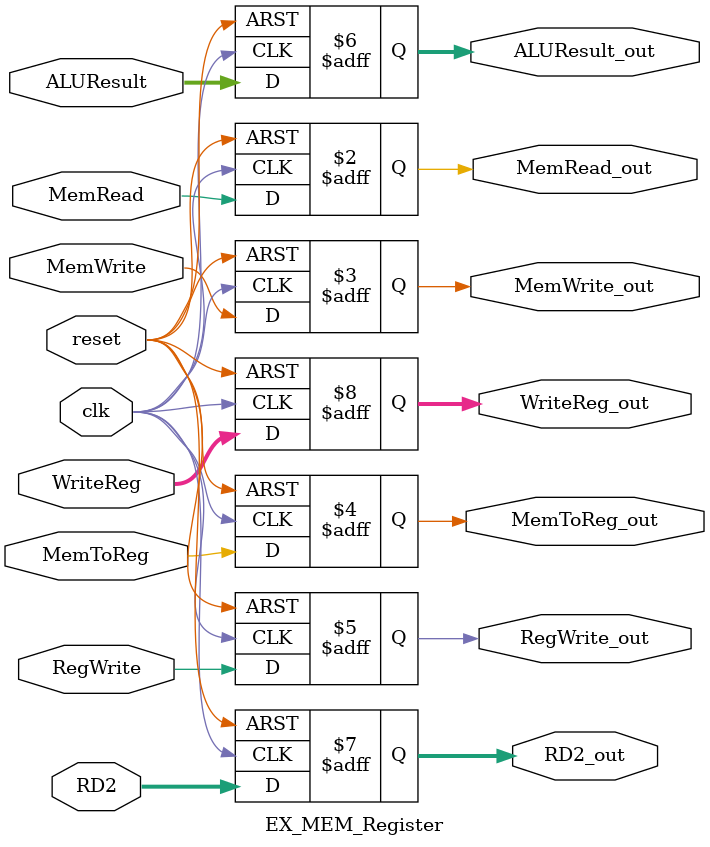
<source format=v>
module EX_MEM_Register (
    input wire clk, reset,
    input wire MemRead, MemWrite, MemToReg, RegWrite,
    input wire [31:0] ALUResult, RD2,
    input wire [4:0] WriteReg,

    output reg MemRead_out, MemWrite_out, MemToReg_out, RegWrite_out,
    output reg [31:0] ALUResult_out, RD2_out,
    output reg [4:0] WriteReg_out
);

    always @(posedge clk or posedge reset) begin
        if (reset) begin
            MemRead_out <= 0;
            MemWrite_out <= 0;
            MemToReg_out <= 0;
            RegWrite_out <= 0;
            ALUResult_out <= 32'b0;
            RD2_out <= 32'b0;
            WriteReg_out <= 5'b0;
        end else begin
            MemRead_out <= MemRead;
            MemWrite_out <= MemWrite;
            MemToReg_out <= MemToReg;
            RegWrite_out <= RegWrite;
            ALUResult_out <= ALUResult;
            RD2_out <= RD2;
            WriteReg_out <= WriteReg;
        end
    end

endmodule

</source>
